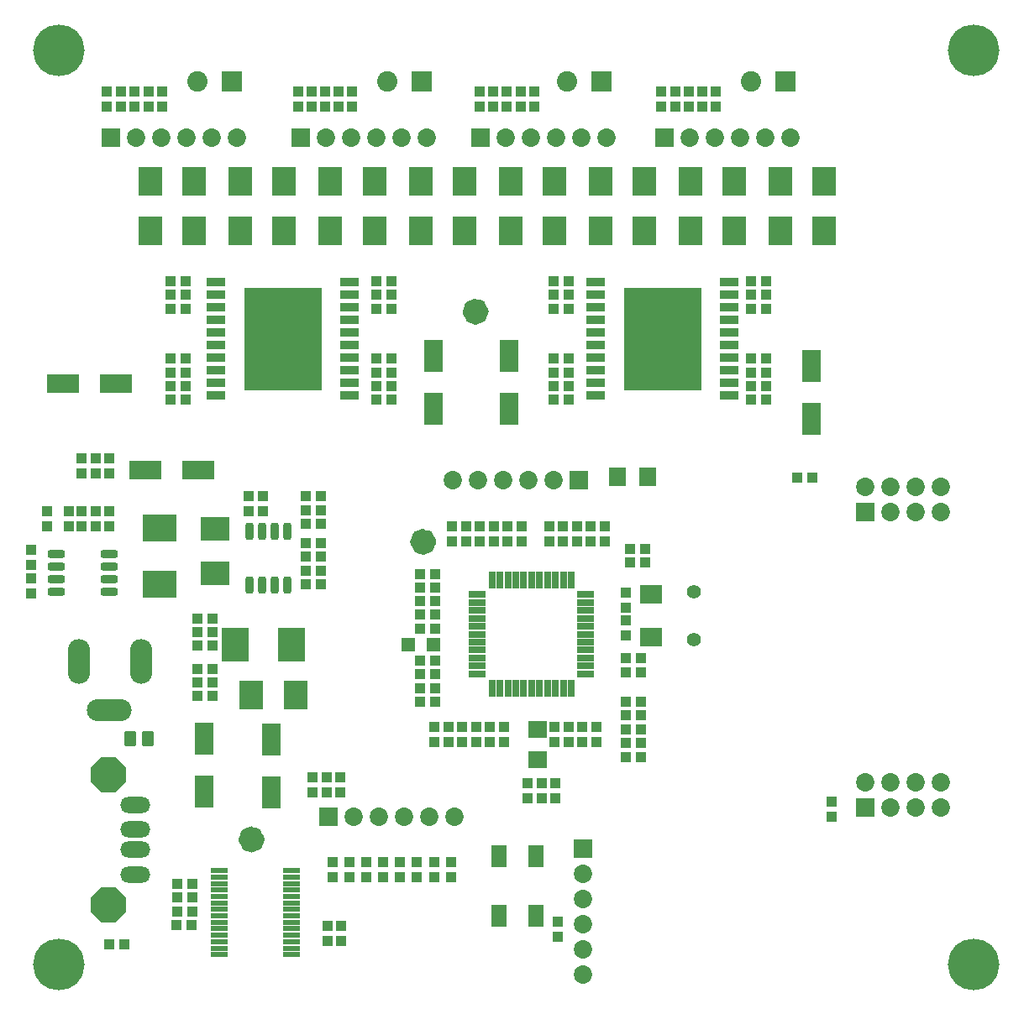
<source format=gts>
G04 Layer_Color=8388736*
%FSLAX25Y25*%
%MOIN*%
G70*
G01*
G75*
%ADD59C,0.06000*%
G04:AMPARAMS|DCode=60|XSize=48mil|YSize=63mil|CornerRadius=9mil|HoleSize=0mil|Usage=FLASHONLY|Rotation=180.000|XOffset=0mil|YOffset=0mil|HoleType=Round|Shape=RoundedRectangle|*
%AMROUNDEDRECTD60*
21,1,0.04800,0.04500,0,0,180.0*
21,1,0.03000,0.06300,0,0,180.0*
1,1,0.01800,-0.01500,0.02250*
1,1,0.01800,0.01500,0.02250*
1,1,0.01800,0.01500,-0.02250*
1,1,0.01800,-0.01500,-0.02250*
%
%ADD60ROUNDEDRECTD60*%
G04:AMPARAMS|DCode=61|XSize=43mil|YSize=43mil|CornerRadius=8.38mil|HoleSize=0mil|Usage=FLASHONLY|Rotation=90.000|XOffset=0mil|YOffset=0mil|HoleType=Round|Shape=RoundedRectangle|*
%AMROUNDEDRECTD61*
21,1,0.04300,0.02625,0,0,90.0*
21,1,0.02625,0.04300,0,0,90.0*
1,1,0.01675,0.01312,0.01312*
1,1,0.01675,0.01312,-0.01312*
1,1,0.01675,-0.01312,-0.01312*
1,1,0.01675,-0.01312,0.01312*
%
%ADD61ROUNDEDRECTD61*%
G04:AMPARAMS|DCode=62|XSize=43mil|YSize=43mil|CornerRadius=8.38mil|HoleSize=0mil|Usage=FLASHONLY|Rotation=180.000|XOffset=0mil|YOffset=0mil|HoleType=Round|Shape=RoundedRectangle|*
%AMROUNDEDRECTD62*
21,1,0.04300,0.02625,0,0,180.0*
21,1,0.02625,0.04300,0,0,180.0*
1,1,0.01675,-0.01312,0.01312*
1,1,0.01675,0.01312,0.01312*
1,1,0.01675,0.01312,-0.01312*
1,1,0.01675,-0.01312,-0.01312*
%
%ADD62ROUNDEDRECTD62*%
%ADD63C,0.04737*%
%ADD64R,0.09300X0.11599*%
%ADD65R,0.30800X0.40800*%
%ADD66R,0.07300X0.03300*%
%ADD67R,0.07300X0.12800*%
%ADD68R,0.12800X0.07300*%
%ADD69R,0.11599X0.09300*%
G04:AMPARAMS|DCode=70|XSize=31.62mil|YSize=69.02mil|CornerRadius=9.9mil|HoleSize=0mil|Usage=FLASHONLY|Rotation=270.000|XOffset=0mil|YOffset=0mil|HoleType=Round|Shape=RoundedRectangle|*
%AMROUNDEDRECTD70*
21,1,0.03162,0.04921,0,0,270.0*
21,1,0.01181,0.06902,0,0,270.0*
1,1,0.01981,-0.02461,-0.00591*
1,1,0.01981,-0.02461,0.00591*
1,1,0.01981,0.02461,0.00591*
1,1,0.01981,0.02461,-0.00591*
%
%ADD70ROUNDEDRECTD70*%
G04:AMPARAMS|DCode=71|XSize=31.62mil|YSize=69.02mil|CornerRadius=9.9mil|HoleSize=0mil|Usage=FLASHONLY|Rotation=180.000|XOffset=0mil|YOffset=0mil|HoleType=Round|Shape=RoundedRectangle|*
%AMROUNDEDRECTD71*
21,1,0.03162,0.04921,0,0,180.0*
21,1,0.01181,0.06902,0,0,180.0*
1,1,0.01981,-0.00591,0.02461*
1,1,0.01981,0.00591,0.02461*
1,1,0.01981,0.00591,-0.02461*
1,1,0.01981,-0.00591,-0.02461*
%
%ADD71ROUNDEDRECTD71*%
%ADD72R,0.10643X0.13398*%
%ADD73R,0.07400X0.06800*%
%ADD74R,0.08800X0.07800*%
%ADD75R,0.06312X0.08674*%
%ADD76R,0.06800X0.07400*%
%ADD77R,0.05800X0.05800*%
%ADD78R,0.06784X0.03005*%
%ADD79R,0.03005X0.06784*%
%ADD80R,0.13398X0.10643*%
%ADD81R,0.06706X0.02375*%
%ADD82R,0.07300X0.07300*%
%ADD83C,0.07300*%
%ADD84C,0.20485*%
%ADD85R,0.07300X0.07300*%
%ADD86C,0.08083*%
%ADD87R,0.08083X0.08083*%
%ADD88O,0.17800X0.08800*%
%ADD89O,0.08800X0.17800*%
%ADD90C,0.05600*%
%ADD91P,0.15101X8X292.5*%
%ADD92O,0.12020X0.06410*%
D59*
X94600Y77500D02*
G03*
X94600Y77500I-2200J0D01*
G01*
X183500Y287100D02*
G03*
X183500Y287100I-2200J0D01*
G01*
X162700Y195700D02*
G03*
X162700Y195700I-2200J0D01*
G01*
D60*
X51200Y117500D02*
D03*
X44200D02*
D03*
D61*
X232500Y196000D02*
D03*
X221500D02*
D03*
X216000D02*
D03*
X210500D02*
D03*
X172000D02*
D03*
X177500D02*
D03*
X183000D02*
D03*
X188500D02*
D03*
X194000D02*
D03*
X199500D02*
D03*
X227000D02*
D03*
X214000Y39000D02*
D03*
Y45000D02*
D03*
X322600Y92550D02*
D03*
Y86550D02*
D03*
X124500Y68500D02*
D03*
Y62500D02*
D03*
X164786Y68500D02*
D03*
Y62500D02*
D03*
X158071Y68500D02*
D03*
Y62500D02*
D03*
X137929Y68500D02*
D03*
Y62500D02*
D03*
X144643Y68500D02*
D03*
Y62500D02*
D03*
X271290Y368400D02*
D03*
Y374400D02*
D03*
X199160Y368400D02*
D03*
Y374400D02*
D03*
X276700Y368400D02*
D03*
Y374400D02*
D03*
X260470Y368400D02*
D03*
Y374400D02*
D03*
X204600Y368400D02*
D03*
Y374400D02*
D03*
X265880Y368400D02*
D03*
Y374400D02*
D03*
X255060D02*
D03*
Y368400D02*
D03*
X188280D02*
D03*
Y374400D02*
D03*
X193720Y368400D02*
D03*
Y374400D02*
D03*
X182840D02*
D03*
Y368400D02*
D03*
X127040D02*
D03*
Y374400D02*
D03*
X132400Y368400D02*
D03*
Y374400D02*
D03*
X116320Y368400D02*
D03*
Y374400D02*
D03*
X121680Y368400D02*
D03*
Y374400D02*
D03*
X110960D02*
D03*
Y368400D02*
D03*
X116750Y102300D02*
D03*
Y96300D02*
D03*
X122200Y102300D02*
D03*
Y96300D02*
D03*
X127700Y102300D02*
D03*
Y96300D02*
D03*
X25067Y222900D02*
D03*
Y228900D02*
D03*
X30533Y222900D02*
D03*
Y228900D02*
D03*
X36000Y222900D02*
D03*
Y228900D02*
D03*
X4800Y192600D02*
D03*
Y186600D02*
D03*
X11200Y202000D02*
D03*
Y208000D02*
D03*
X4800Y181100D02*
D03*
Y175100D02*
D03*
X20000Y208000D02*
D03*
Y202000D02*
D03*
X25067D02*
D03*
Y208000D02*
D03*
X30533Y202000D02*
D03*
Y208000D02*
D03*
X36000Y202000D02*
D03*
Y208000D02*
D03*
X96900Y213700D02*
D03*
Y207700D02*
D03*
X91400D02*
D03*
Y213700D02*
D03*
X213000Y94000D02*
D03*
Y100000D02*
D03*
X199500Y202000D02*
D03*
X187024Y122100D02*
D03*
Y116100D02*
D03*
X194000Y202000D02*
D03*
X192546Y122100D02*
D03*
Y116100D02*
D03*
X240800Y169500D02*
D03*
Y175500D02*
D03*
X202000Y100000D02*
D03*
Y94000D02*
D03*
X207500D02*
D03*
Y100000D02*
D03*
X240800Y164500D02*
D03*
Y158500D02*
D03*
X181501Y122100D02*
D03*
Y116100D02*
D03*
X175979Y122100D02*
D03*
Y116100D02*
D03*
X210500Y202000D02*
D03*
X216000D02*
D03*
X221500D02*
D03*
X172000D02*
D03*
X177500D02*
D03*
X183000D02*
D03*
X188500D02*
D03*
X229222Y122100D02*
D03*
Y116100D02*
D03*
X223700Y122100D02*
D03*
Y116100D02*
D03*
X164935Y122100D02*
D03*
Y116100D02*
D03*
X227000Y202000D02*
D03*
X170457Y122100D02*
D03*
Y116100D02*
D03*
X232500Y202000D02*
D03*
X218178Y122100D02*
D03*
Y116100D02*
D03*
X212656Y122100D02*
D03*
Y116100D02*
D03*
X122600Y43300D02*
D03*
Y37300D02*
D03*
X128000Y43300D02*
D03*
Y37300D02*
D03*
X171500Y62500D02*
D03*
Y68500D02*
D03*
X131214Y62500D02*
D03*
Y68500D02*
D03*
X151357D02*
D03*
Y62500D02*
D03*
X35060Y374400D02*
D03*
Y368400D02*
D03*
X40520D02*
D03*
Y374400D02*
D03*
X45980Y368400D02*
D03*
Y374400D02*
D03*
X51440Y368400D02*
D03*
Y374400D02*
D03*
X56900Y368400D02*
D03*
Y374400D02*
D03*
D62*
X315000Y221300D02*
D03*
X309000D02*
D03*
X296656Y268400D02*
D03*
X290656D02*
D03*
Y262948D02*
D03*
X296656D02*
D03*
X212300Y252043D02*
D03*
X218300D02*
D03*
Y257495D02*
D03*
X212300D02*
D03*
X148000Y268400D02*
D03*
X142000D02*
D03*
Y262948D02*
D03*
X148000D02*
D03*
X60350Y252043D02*
D03*
X66350D02*
D03*
Y257495D02*
D03*
X60350D02*
D03*
X290656Y299250D02*
D03*
X296656D02*
D03*
X290656Y293725D02*
D03*
X296656D02*
D03*
X290656Y288200D02*
D03*
X296656D02*
D03*
X218300D02*
D03*
X212300D02*
D03*
X218300Y293725D02*
D03*
X212300D02*
D03*
X218300Y299250D02*
D03*
X212300D02*
D03*
X142000D02*
D03*
X148000D02*
D03*
X142000Y293725D02*
D03*
X148000D02*
D03*
X142000Y288200D02*
D03*
X148000D02*
D03*
X66350D02*
D03*
X60350D02*
D03*
X66350Y293725D02*
D03*
X60350D02*
D03*
X66350Y299250D02*
D03*
X60350D02*
D03*
X290656Y257495D02*
D03*
X296656D02*
D03*
X290656Y252043D02*
D03*
X296656D02*
D03*
X218300Y262948D02*
D03*
X212300D02*
D03*
X218300Y268400D02*
D03*
X212300D02*
D03*
X142000Y257495D02*
D03*
X148000D02*
D03*
X142000Y252043D02*
D03*
X148000D02*
D03*
X66350Y262948D02*
D03*
X60350D02*
D03*
X66350Y268400D02*
D03*
X60350D02*
D03*
X77051Y165100D02*
D03*
X71051D02*
D03*
X77051Y159800D02*
D03*
X71051D02*
D03*
X77051Y154499D02*
D03*
X71051D02*
D03*
Y145200D02*
D03*
X77051D02*
D03*
X71051Y139900D02*
D03*
X77051D02*
D03*
X71051Y134599D02*
D03*
X77051D02*
D03*
X120000Y213692D02*
D03*
X114000D02*
D03*
X120000Y208192D02*
D03*
X114000D02*
D03*
Y202692D02*
D03*
X120000D02*
D03*
Y195192D02*
D03*
X114000D02*
D03*
Y184192D02*
D03*
X120000D02*
D03*
X114000Y189692D02*
D03*
X120000D02*
D03*
X114000Y178692D02*
D03*
X120000D02*
D03*
X240800Y143900D02*
D03*
X246800D02*
D03*
X240800Y149400D02*
D03*
X246800D02*
D03*
X159400Y161200D02*
D03*
X165400D02*
D03*
X159400Y166700D02*
D03*
X165400D02*
D03*
X159400Y172100D02*
D03*
X165400D02*
D03*
Y132100D02*
D03*
X159400D02*
D03*
Y177600D02*
D03*
X165400D02*
D03*
Y137600D02*
D03*
X159400D02*
D03*
X165400Y143100D02*
D03*
X159400D02*
D03*
X165400Y148600D02*
D03*
X159400D02*
D03*
X165400Y183000D02*
D03*
X159400D02*
D03*
X246800Y132270D02*
D03*
X240800D02*
D03*
X246800Y126770D02*
D03*
X240800D02*
D03*
X246800Y121270D02*
D03*
X240800D02*
D03*
X242500Y193000D02*
D03*
X248500D02*
D03*
X240800Y115770D02*
D03*
X246800D02*
D03*
X240800Y110270D02*
D03*
X246800D02*
D03*
X242500Y187500D02*
D03*
X248500D02*
D03*
X68800Y49000D02*
D03*
X62800D02*
D03*
X68700Y43500D02*
D03*
X62700D02*
D03*
X68794Y59950D02*
D03*
X62794D02*
D03*
X42000Y35900D02*
D03*
X36000D02*
D03*
X68900Y54500D02*
D03*
X62900D02*
D03*
D63*
X92400Y77500D02*
D03*
X181300Y287100D02*
D03*
X160500Y195700D02*
D03*
D64*
X319701Y319300D02*
D03*
X302299D02*
D03*
X266585D02*
D03*
X283987D02*
D03*
X195156D02*
D03*
X212558D02*
D03*
X248272D02*
D03*
X230870D02*
D03*
X212558Y338700D02*
D03*
X195156D02*
D03*
X230870D02*
D03*
X248272D02*
D03*
X302299D02*
D03*
X319701D02*
D03*
X283987D02*
D03*
X266585D02*
D03*
X105415Y319300D02*
D03*
X88013D02*
D03*
X52299D02*
D03*
X69701D02*
D03*
X176844D02*
D03*
X159442D02*
D03*
X123728D02*
D03*
X141130D02*
D03*
X88013Y338700D02*
D03*
X105415D02*
D03*
X69701D02*
D03*
X52299D02*
D03*
X159442D02*
D03*
X176844D02*
D03*
X141130D02*
D03*
X123728D02*
D03*
X109801Y134800D02*
D03*
X92399D02*
D03*
D65*
X255500Y276200D02*
D03*
X104850D02*
D03*
D66*
X282000Y298700D02*
D03*
Y293700D02*
D03*
Y288700D02*
D03*
Y283700D02*
D03*
Y278700D02*
D03*
Y273700D02*
D03*
Y268700D02*
D03*
Y263700D02*
D03*
Y258700D02*
D03*
Y253700D02*
D03*
X229000D02*
D03*
Y258700D02*
D03*
Y263700D02*
D03*
Y268700D02*
D03*
Y273700D02*
D03*
Y278700D02*
D03*
Y283700D02*
D03*
Y288700D02*
D03*
Y293700D02*
D03*
Y298700D02*
D03*
X131350D02*
D03*
Y293700D02*
D03*
Y288700D02*
D03*
Y283700D02*
D03*
Y278700D02*
D03*
Y273700D02*
D03*
Y268700D02*
D03*
Y263700D02*
D03*
Y258700D02*
D03*
Y253700D02*
D03*
X78350D02*
D03*
Y258700D02*
D03*
Y263700D02*
D03*
Y268700D02*
D03*
Y273700D02*
D03*
Y278700D02*
D03*
Y283700D02*
D03*
Y288700D02*
D03*
Y293700D02*
D03*
Y298700D02*
D03*
D67*
X314500Y265500D02*
D03*
Y244500D02*
D03*
X194600Y269500D02*
D03*
Y248500D02*
D03*
X164700Y269400D02*
D03*
Y248400D02*
D03*
X73700Y117600D02*
D03*
Y96600D02*
D03*
X100200Y117300D02*
D03*
Y96300D02*
D03*
D68*
X38500Y258400D02*
D03*
X17500D02*
D03*
X50400Y224100D02*
D03*
X71400D02*
D03*
D69*
X78000Y200701D02*
D03*
Y183299D02*
D03*
D70*
X14840Y191000D02*
D03*
Y186000D02*
D03*
Y181000D02*
D03*
Y176000D02*
D03*
X36100Y191000D02*
D03*
Y186000D02*
D03*
Y181000D02*
D03*
Y176000D02*
D03*
D71*
X106584Y199849D02*
D03*
X101584D02*
D03*
X96584D02*
D03*
X91584D02*
D03*
X106584Y178589D02*
D03*
X101584D02*
D03*
X96584D02*
D03*
X91584D02*
D03*
D72*
X85780Y155000D02*
D03*
X108220D02*
D03*
D73*
X206000Y121200D02*
D03*
Y109200D02*
D03*
D74*
X251000Y158000D02*
D03*
Y175000D02*
D03*
D75*
X205283Y70811D02*
D03*
Y47189D02*
D03*
X190717Y70811D02*
D03*
Y47189D02*
D03*
D76*
X237500Y221400D02*
D03*
X249500D02*
D03*
D77*
X154650Y154900D02*
D03*
X164650D02*
D03*
D78*
X182029Y174747D02*
D03*
Y171598D02*
D03*
Y168448D02*
D03*
Y165298D02*
D03*
Y162149D02*
D03*
Y158999D02*
D03*
Y155850D02*
D03*
Y152700D02*
D03*
Y149550D02*
D03*
Y146401D02*
D03*
Y143251D02*
D03*
X225100Y143251D02*
D03*
Y146401D02*
D03*
Y149550D02*
D03*
Y152700D02*
D03*
Y155850D02*
D03*
Y158999D02*
D03*
Y162149D02*
D03*
Y165298D02*
D03*
Y168448D02*
D03*
Y171598D02*
D03*
Y174747D02*
D03*
D79*
X187817Y137464D02*
D03*
X190966D02*
D03*
X194116D02*
D03*
X197265D02*
D03*
X200415D02*
D03*
X203565D02*
D03*
X206714D02*
D03*
X209864D02*
D03*
X213013D02*
D03*
X216163D02*
D03*
X219313D02*
D03*
X219313Y180535D02*
D03*
X216163D02*
D03*
X213013D02*
D03*
X209864D02*
D03*
X206714D02*
D03*
X203565D02*
D03*
X200415D02*
D03*
X197265D02*
D03*
X194116D02*
D03*
X190966D02*
D03*
X187817D02*
D03*
D80*
X56000Y178780D02*
D03*
Y201220D02*
D03*
D81*
X108272Y31766D02*
D03*
Y34325D02*
D03*
Y36884D02*
D03*
Y39443D02*
D03*
Y42002D02*
D03*
Y44561D02*
D03*
Y47120D02*
D03*
Y49680D02*
D03*
Y52239D02*
D03*
Y54798D02*
D03*
Y57357D02*
D03*
Y59916D02*
D03*
Y62475D02*
D03*
Y65034D02*
D03*
X79728D02*
D03*
Y62475D02*
D03*
Y59916D02*
D03*
Y57357D02*
D03*
Y54798D02*
D03*
Y52239D02*
D03*
Y49680D02*
D03*
Y47120D02*
D03*
Y44561D02*
D03*
Y42002D02*
D03*
Y39443D02*
D03*
Y36884D02*
D03*
Y34325D02*
D03*
Y31766D02*
D03*
D82*
X36700Y356100D02*
D03*
X335800Y90300D02*
D03*
Y207500D02*
D03*
X222300Y220300D02*
D03*
X256300Y356100D02*
D03*
X183300D02*
D03*
X111800D02*
D03*
X123000Y86500D02*
D03*
D83*
X46700Y356100D02*
D03*
X56700D02*
D03*
X66700D02*
D03*
X76700D02*
D03*
X86700D02*
D03*
X345800Y90300D02*
D03*
X355800D02*
D03*
X365800D02*
D03*
Y100300D02*
D03*
X355800D02*
D03*
X345800D02*
D03*
X335800D02*
D03*
X345800Y207500D02*
D03*
X355800D02*
D03*
X365800D02*
D03*
Y217500D02*
D03*
X355800D02*
D03*
X345800D02*
D03*
X335800D02*
D03*
X224000Y24000D02*
D03*
Y34000D02*
D03*
Y44000D02*
D03*
Y54000D02*
D03*
Y64000D02*
D03*
X212300Y220300D02*
D03*
X202300D02*
D03*
X192300D02*
D03*
X182300D02*
D03*
X172300D02*
D03*
X266300Y356100D02*
D03*
X276300D02*
D03*
X286300D02*
D03*
X296300D02*
D03*
X306300D02*
D03*
X193300D02*
D03*
X203300D02*
D03*
X213300D02*
D03*
X223300D02*
D03*
X233300D02*
D03*
X121800D02*
D03*
X131800D02*
D03*
X141800D02*
D03*
X151800D02*
D03*
X161800D02*
D03*
X133000Y86500D02*
D03*
X143000D02*
D03*
X153000D02*
D03*
X163000D02*
D03*
X173000D02*
D03*
D84*
X379000Y391000D02*
D03*
X16000D02*
D03*
Y28000D02*
D03*
X379000D02*
D03*
D85*
X224000Y74000D02*
D03*
D86*
X217610Y378600D02*
D03*
X290610D02*
D03*
X70820D02*
D03*
X146110D02*
D03*
D87*
X231390D02*
D03*
X304390D02*
D03*
X84600D02*
D03*
X159890D02*
D03*
D88*
X36100Y128800D02*
D03*
D89*
X48600Y148300D02*
D03*
X24100D02*
D03*
D90*
X268000Y176000D02*
D03*
Y157000D02*
D03*
D91*
X35700Y51534D02*
D03*
Y103266D02*
D03*
D92*
X46369Y63620D02*
D03*
Y73463D02*
D03*
Y81337D02*
D03*
Y91180D02*
D03*
M02*

</source>
